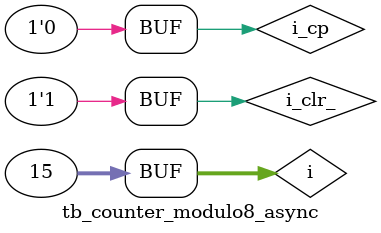
<source format=v>
module tb_counter_modulo8_async;
reg i_cp;
reg i_clr_;
wire [2:0] o_q;
wire [2:0] o_q_;
integer i;

initial begin
    i_cp = 1'b0;
    i_clr_ = 1'b0;
    
    #10;
    i_clr_ = 1'b1;

    for (i = 0; i < 4'hf; i = i + 1) begin
        i_cp = 1'b1;
        
        #5;
        i_cp = 1'b0;

        #5;
    end
end

counter_modulo8_async dut(
    .clockpulse(i_cp),
    .clear_(i_clr_),
    .signal_q(o_q),
    .signal_q_(o_q_)
);

endmodule

</source>
